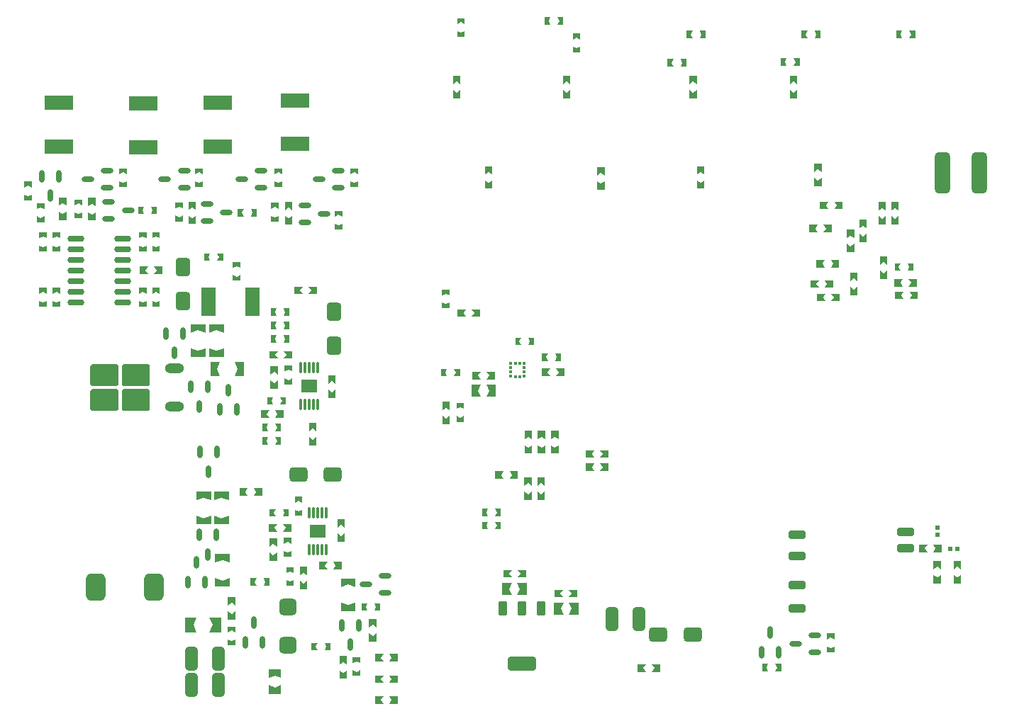
<source format=gbp>
G04*
G04 #@! TF.GenerationSoftware,Altium Limited,Altium Designer,19.1.7 (138)*
G04*
G04 Layer_Color=128*
%FSLAX24Y24*%
%MOIN*%
G70*
G01*
G75*
%ADD24O,0.0281X0.0591*%
%ADD27O,0.0591X0.0281*%
%ADD31O,0.0800X0.0295*%
G04:AMPARAMS|DCode=35|XSize=86.6mil|YSize=68.9mil|CornerRadius=17.2mil|HoleSize=0mil|Usage=FLASHONLY|Rotation=0.000|XOffset=0mil|YOffset=0mil|HoleType=Round|Shape=RoundedRectangle|*
%AMROUNDEDRECTD35*
21,1,0.0866,0.0344,0,0,0.0*
21,1,0.0522,0.0689,0,0,0.0*
1,1,0.0344,0.0261,-0.0172*
1,1,0.0344,-0.0261,-0.0172*
1,1,0.0344,-0.0261,0.0172*
1,1,0.0344,0.0261,0.0172*
%
%ADD35ROUNDEDRECTD35*%
G04:AMPARAMS|DCode=36|XSize=128mil|YSize=90.6mil|CornerRadius=22.6mil|HoleSize=0mil|Usage=FLASHONLY|Rotation=90.000|XOffset=0mil|YOffset=0mil|HoleType=Round|Shape=RoundedRectangle|*
%AMROUNDEDRECTD36*
21,1,0.1280,0.0453,0,0,90.0*
21,1,0.0827,0.0906,0,0,90.0*
1,1,0.0453,0.0226,0.0413*
1,1,0.0453,0.0226,-0.0413*
1,1,0.0453,-0.0226,-0.0413*
1,1,0.0453,-0.0226,0.0413*
%
%ADD36ROUNDEDRECTD36*%
%ADD156R,0.0217X0.0236*%
%ADD157R,0.0236X0.0217*%
%ADD158R,0.0728X0.0610*%
%ADD159O,0.0118X0.0571*%
G04:AMPARAMS|DCode=162|XSize=110.2mil|YSize=59.1mil|CornerRadius=14.8mil|HoleSize=0mil|Usage=FLASHONLY|Rotation=90.000|XOffset=0mil|YOffset=0mil|HoleType=Round|Shape=RoundedRectangle|*
%AMROUNDEDRECTD162*
21,1,0.1102,0.0295,0,0,90.0*
21,1,0.0807,0.0591,0,0,90.0*
1,1,0.0295,0.0148,0.0404*
1,1,0.0295,0.0148,-0.0404*
1,1,0.0295,-0.0148,-0.0404*
1,1,0.0295,-0.0148,0.0404*
%
%ADD162ROUNDEDRECTD162*%
G04:AMPARAMS|DCode=163|XSize=194.9mil|YSize=70.9mil|CornerRadius=17.7mil|HoleSize=0mil|Usage=FLASHONLY|Rotation=90.000|XOffset=0mil|YOffset=0mil|HoleType=Round|Shape=RoundedRectangle|*
%AMROUNDEDRECTD163*
21,1,0.1949,0.0354,0,0,90.0*
21,1,0.1594,0.0709,0,0,90.0*
1,1,0.0354,0.0177,0.0797*
1,1,0.0354,0.0177,-0.0797*
1,1,0.0354,-0.0177,-0.0797*
1,1,0.0354,-0.0177,0.0797*
%
%ADD163ROUNDEDRECTD163*%
G04:AMPARAMS|DCode=164|XSize=41.3mil|YSize=68.9mil|CornerRadius=10.3mil|HoleSize=0mil|Usage=FLASHONLY|Rotation=0.000|XOffset=0mil|YOffset=0mil|HoleType=Round|Shape=RoundedRectangle|*
%AMROUNDEDRECTD164*
21,1,0.0413,0.0482,0,0,0.0*
21,1,0.0207,0.0689,0,0,0.0*
1,1,0.0207,0.0103,-0.0241*
1,1,0.0207,-0.0103,-0.0241*
1,1,0.0207,-0.0103,0.0241*
1,1,0.0207,0.0103,0.0241*
%
%ADD164ROUNDEDRECTD164*%
G04:AMPARAMS|DCode=165|XSize=41.3mil|YSize=68.9mil|CornerRadius=10.3mil|HoleSize=0mil|Usage=FLASHONLY|Rotation=0.000|XOffset=0mil|YOffset=0mil|HoleType=Round|Shape=RoundedRectangle|*
%AMROUNDEDRECTD165*
21,1,0.0413,0.0482,0,0,0.0*
21,1,0.0207,0.0689,0,0,0.0*
1,1,0.0207,0.0103,-0.0241*
1,1,0.0207,-0.0103,-0.0241*
1,1,0.0207,-0.0103,0.0241*
1,1,0.0207,0.0103,0.0241*
%
%ADD165ROUNDEDRECTD165*%
G04:AMPARAMS|DCode=166|XSize=133.9mil|YSize=68.9mil|CornerRadius=17.2mil|HoleSize=0mil|Usage=FLASHONLY|Rotation=0.000|XOffset=0mil|YOffset=0mil|HoleType=Round|Shape=RoundedRectangle|*
%AMROUNDEDRECTD166*
21,1,0.1339,0.0344,0,0,0.0*
21,1,0.0994,0.0689,0,0,0.0*
1,1,0.0344,0.0497,-0.0172*
1,1,0.0344,-0.0497,-0.0172*
1,1,0.0344,-0.0497,0.0172*
1,1,0.0344,0.0497,0.0172*
%
%ADD166ROUNDEDRECTD166*%
G04:AMPARAMS|DCode=168|XSize=82.7mil|YSize=78.7mil|CornerRadius=19.7mil|HoleSize=0mil|Usage=FLASHONLY|Rotation=180.000|XOffset=0mil|YOffset=0mil|HoleType=Round|Shape=RoundedRectangle|*
%AMROUNDEDRECTD168*
21,1,0.0827,0.0394,0,0,180.0*
21,1,0.0433,0.0787,0,0,180.0*
1,1,0.0394,-0.0217,0.0197*
1,1,0.0394,0.0217,0.0197*
1,1,0.0394,0.0217,-0.0197*
1,1,0.0394,-0.0217,-0.0197*
%
%ADD168ROUNDEDRECTD168*%
G04:AMPARAMS|DCode=169|XSize=78.7mil|YSize=39.4mil|CornerRadius=9.8mil|HoleSize=0mil|Usage=FLASHONLY|Rotation=180.000|XOffset=0mil|YOffset=0mil|HoleType=Round|Shape=RoundedRectangle|*
%AMROUNDEDRECTD169*
21,1,0.0787,0.0197,0,0,180.0*
21,1,0.0591,0.0394,0,0,180.0*
1,1,0.0197,-0.0295,0.0098*
1,1,0.0197,0.0295,0.0098*
1,1,0.0197,0.0295,-0.0098*
1,1,0.0197,-0.0295,-0.0098*
%
%ADD169ROUNDEDRECTD169*%
%ADD170R,0.1339X0.0709*%
G04:AMPARAMS|DCode=171|XSize=86.6mil|YSize=68.9mil|CornerRadius=17.2mil|HoleSize=0mil|Usage=FLASHONLY|Rotation=270.000|XOffset=0mil|YOffset=0mil|HoleType=Round|Shape=RoundedRectangle|*
%AMROUNDEDRECTD171*
21,1,0.0866,0.0344,0,0,270.0*
21,1,0.0522,0.0689,0,0,270.0*
1,1,0.0344,-0.0172,-0.0261*
1,1,0.0344,-0.0172,0.0261*
1,1,0.0344,0.0172,0.0261*
1,1,0.0344,0.0172,-0.0261*
%
%ADD171ROUNDEDRECTD171*%
%ADD172R,0.0709X0.1339*%
%ADD177R,0.0157X0.0118*%
%ADD178R,0.0118X0.0157*%
%ADD213O,0.0906X0.0454*%
G36*
X28189Y40207D02*
X28012Y40285D01*
X27835Y40207D01*
Y40482D01*
X28189D01*
Y40207D01*
D02*
G37*
G36*
X32825Y40167D02*
X32549D01*
X32628Y40344D01*
X32549Y40522D01*
X32825D01*
Y40167D01*
D02*
G37*
G36*
X32136Y40344D02*
X32215Y40167D01*
X31939D01*
Y40522D01*
X32215D01*
X32136Y40344D01*
D02*
G37*
G36*
X28189Y39597D02*
X27835D01*
Y39872D01*
X28012Y39794D01*
X28189Y39872D01*
Y39597D01*
D02*
G37*
G36*
X49360Y39537D02*
X49084D01*
X49163Y39715D01*
X49084Y39892D01*
X49360D01*
Y39537D01*
D02*
G37*
G36*
X48671Y39715D02*
X48750Y39537D01*
X48474D01*
Y39892D01*
X48750D01*
X48671Y39715D01*
D02*
G37*
G36*
X44911Y39537D02*
X44636D01*
X44714Y39715D01*
X44636Y39892D01*
X44911D01*
Y39537D01*
D02*
G37*
G36*
X44222Y39715D02*
X44301Y39537D01*
X44026D01*
Y39892D01*
X44301D01*
X44222Y39715D01*
D02*
G37*
G36*
X39508Y39537D02*
X39232D01*
X39311Y39715D01*
X39232Y39892D01*
X39508D01*
Y39537D01*
D02*
G37*
G36*
X38819Y39715D02*
X38898Y39537D01*
X38622D01*
Y39892D01*
X38898D01*
X38819Y39715D01*
D02*
G37*
G36*
X33622Y39478D02*
X33445Y39557D01*
X33268Y39478D01*
Y39754D01*
X33622D01*
Y39478D01*
D02*
G37*
G36*
Y38868D02*
X33268D01*
Y39144D01*
X33445Y39065D01*
X33622Y39144D01*
Y38868D01*
D02*
G37*
G36*
X43927Y38238D02*
X43651D01*
X43730Y38415D01*
X43651Y38593D01*
X43927D01*
Y38238D01*
D02*
G37*
G36*
X43238Y38415D02*
X43317Y38238D01*
X43041D01*
Y38593D01*
X43317D01*
X43238Y38415D01*
D02*
G37*
G36*
X38612Y38199D02*
X38336D01*
X38415Y38376D01*
X38336Y38553D01*
X38612D01*
Y38199D01*
D02*
G37*
G36*
X37923Y38376D02*
X38002Y38199D01*
X37726D01*
Y38553D01*
X38002D01*
X37923Y38376D01*
D02*
G37*
G36*
X43819Y37372D02*
X43642Y37490D01*
X43465Y37372D01*
Y37766D01*
X43819D01*
Y37372D01*
D02*
G37*
G36*
X39094D02*
X38917Y37490D01*
X38740Y37372D01*
Y37766D01*
X39094D01*
Y37372D01*
D02*
G37*
G36*
X33150D02*
X32972Y37490D01*
X32795Y37372D01*
Y37766D01*
X33150D01*
Y37372D01*
D02*
G37*
G36*
X27992D02*
X27815Y37490D01*
X27638Y37372D01*
Y37766D01*
X27992D01*
Y37372D01*
D02*
G37*
G36*
X43819Y36703D02*
X43465D01*
Y37096D01*
X43642Y36978D01*
X43819Y37096D01*
Y36703D01*
D02*
G37*
G36*
X39094D02*
X38740D01*
Y37096D01*
X38917Y36978D01*
X39094Y37096D01*
Y36703D01*
D02*
G37*
G36*
X33150D02*
X32795D01*
Y37096D01*
X32972Y36978D01*
X33150Y37096D01*
Y36703D01*
D02*
G37*
G36*
X27992D02*
X27638D01*
Y37096D01*
X27815Y36978D01*
X27992Y37096D01*
Y36703D01*
D02*
G37*
G36*
X44961Y33238D02*
X44783Y33356D01*
X44606Y33238D01*
Y33632D01*
X44961D01*
Y33238D01*
D02*
G37*
G36*
X23179Y33140D02*
X23002Y33219D01*
X22825Y33140D01*
Y33415D01*
X23179D01*
Y33140D01*
D02*
G37*
G36*
X19606D02*
X19429Y33219D01*
X19252Y33140D01*
Y33415D01*
X19606D01*
Y33140D01*
D02*
G37*
G36*
X15876D02*
X15699Y33219D01*
X15522Y33140D01*
Y33415D01*
X15876D01*
Y33140D01*
D02*
G37*
G36*
X12313D02*
X12136Y33219D01*
X11959Y33140D01*
Y33415D01*
X12313D01*
Y33140D01*
D02*
G37*
G36*
X39449Y33120D02*
X39272Y33238D01*
X39094Y33120D01*
Y33514D01*
X39449D01*
Y33120D01*
D02*
G37*
G36*
X29488D02*
X29311Y33238D01*
X29134Y33120D01*
Y33514D01*
X29488D01*
Y33120D01*
D02*
G37*
G36*
X34764Y33081D02*
X34587Y33199D01*
X34409Y33081D01*
Y33474D01*
X34764D01*
Y33081D01*
D02*
G37*
G36*
X44961Y32569D02*
X44606D01*
Y32963D01*
X44783Y32844D01*
X44961Y32963D01*
Y32569D01*
D02*
G37*
G36*
X23179Y32530D02*
X22825D01*
Y32805D01*
X23002Y32727D01*
X23179Y32805D01*
Y32530D01*
D02*
G37*
G36*
X19606D02*
X19252D01*
Y32805D01*
X19429Y32727D01*
X19606Y32805D01*
Y32530D01*
D02*
G37*
G36*
X15876D02*
X15522D01*
Y32805D01*
X15699Y32727D01*
X15876Y32805D01*
Y32530D01*
D02*
G37*
G36*
X12313D02*
X11959D01*
Y32805D01*
X12136Y32727D01*
X12313Y32805D01*
Y32530D01*
D02*
G37*
G36*
X39449Y32451D02*
X39094D01*
Y32844D01*
X39272Y32726D01*
X39449Y32844D01*
Y32451D01*
D02*
G37*
G36*
X29488D02*
X29134D01*
Y32844D01*
X29311Y32726D01*
X29488Y32844D01*
Y32451D01*
D02*
G37*
G36*
X34764Y32411D02*
X34409D01*
Y32805D01*
X34587Y32687D01*
X34764Y32805D01*
Y32411D01*
D02*
G37*
G36*
X7844Y32510D02*
X7667Y32588D01*
X7490Y32510D01*
Y32785D01*
X7844D01*
Y32510D01*
D02*
G37*
G36*
Y31900D02*
X7490D01*
Y32175D01*
X7667Y32096D01*
X7844Y32175D01*
Y31900D01*
D02*
G37*
G36*
X10207Y31673D02*
X10030Y31752D01*
X9852Y31673D01*
Y31949D01*
X10207D01*
Y31673D01*
D02*
G37*
G36*
X9469Y31654D02*
X9291Y31772D01*
X9114Y31654D01*
Y32047D01*
X9469D01*
Y31654D01*
D02*
G37*
G36*
X10846Y31624D02*
X10669Y31742D01*
X10492Y31624D01*
Y32018D01*
X10846D01*
Y31624D01*
D02*
G37*
G36*
X14941Y31525D02*
X14764Y31604D01*
X14587Y31525D01*
Y31801D01*
X14941D01*
Y31525D01*
D02*
G37*
G36*
X19439Y31516D02*
X19262Y31594D01*
X19085Y31516D01*
Y31791D01*
X19439D01*
Y31516D01*
D02*
G37*
G36*
X45955Y31486D02*
X45561D01*
X45679Y31663D01*
X45561Y31841D01*
X45955D01*
Y31486D01*
D02*
G37*
G36*
X45167Y31663D02*
X45285Y31486D01*
X44892D01*
Y31841D01*
X45285D01*
X45167Y31663D01*
D02*
G37*
G36*
X8435Y31486D02*
X8258Y31565D01*
X8081Y31486D01*
Y31762D01*
X8435D01*
Y31486D01*
D02*
G37*
G36*
X15551Y31457D02*
X15374Y31575D01*
X15197Y31457D01*
Y31850D01*
X15551D01*
Y31457D01*
D02*
G37*
G36*
X20089Y31447D02*
X19911Y31565D01*
X19734Y31447D01*
Y31841D01*
X20089D01*
Y31447D01*
D02*
G37*
G36*
X48584Y31427D02*
X48406Y31545D01*
X48229Y31427D01*
Y31821D01*
X48584D01*
Y31427D01*
D02*
G37*
G36*
X47993D02*
X47816Y31545D01*
X47639Y31427D01*
Y31821D01*
X47993D01*
Y31427D01*
D02*
G37*
G36*
X13720Y31260D02*
X13445D01*
X13523Y31437D01*
X13445Y31614D01*
X13720D01*
Y31260D01*
D02*
G37*
G36*
X13032Y31437D02*
X13110Y31260D01*
X12835D01*
Y31614D01*
X13110D01*
X13032Y31437D01*
D02*
G37*
G36*
X10207Y31063D02*
X9852D01*
Y31339D01*
X10030Y31260D01*
X10207Y31339D01*
Y31063D01*
D02*
G37*
G36*
X9469Y30984D02*
X9114D01*
Y31378D01*
X9291Y31260D01*
X9469Y31378D01*
Y30984D01*
D02*
G37*
G36*
X10846Y30955D02*
X10492D01*
Y31348D01*
X10669Y31230D01*
X10846Y31348D01*
Y30955D01*
D02*
G37*
G36*
X22431Y31142D02*
X22254Y31220D01*
X22077Y31142D01*
Y31417D01*
X22431D01*
Y31142D01*
D02*
G37*
G36*
X18405Y31142D02*
X18130D01*
X18208Y31319D01*
X18130Y31496D01*
X18405D01*
Y31142D01*
D02*
G37*
G36*
X17717Y31319D02*
X17795Y31142D01*
X17520D01*
Y31496D01*
X17795D01*
X17717Y31319D01*
D02*
G37*
G36*
X14941Y30915D02*
X14587D01*
Y31191D01*
X14764Y31112D01*
X14941Y31191D01*
Y30915D01*
D02*
G37*
G36*
X19439Y30906D02*
X19085D01*
Y31181D01*
X19262Y31102D01*
X19439Y31181D01*
Y30906D01*
D02*
G37*
G36*
X8435Y30876D02*
X8081D01*
Y31152D01*
X8258Y31073D01*
X8435Y31152D01*
Y30876D01*
D02*
G37*
G36*
X15551Y30787D02*
X15197D01*
Y31181D01*
X15374Y31063D01*
X15551Y31181D01*
Y30787D01*
D02*
G37*
G36*
X20089Y30778D02*
X19734D01*
Y31171D01*
X19911Y31053D01*
X20089Y31171D01*
Y30778D01*
D02*
G37*
G36*
X48584Y30758D02*
X48229D01*
Y31152D01*
X48406Y31033D01*
X48584Y31152D01*
Y30758D01*
D02*
G37*
G36*
X47993D02*
X47639D01*
Y31152D01*
X47816Y31033D01*
X47993Y31152D01*
Y30758D01*
D02*
G37*
G36*
X22431Y30532D02*
X22077D01*
Y30807D01*
X22254Y30729D01*
X22431Y30807D01*
Y30532D01*
D02*
G37*
G36*
X47092Y30595D02*
X46914Y30714D01*
X46737Y30595D01*
Y30989D01*
X47092D01*
Y30595D01*
D02*
G37*
G36*
X45453Y30404D02*
X45059D01*
X45177Y30581D01*
X45059Y30758D01*
X45453D01*
Y30404D01*
D02*
G37*
G36*
X44665Y30581D02*
X44783Y30404D01*
X44390D01*
Y30758D01*
X44783D01*
X44665Y30581D01*
D02*
G37*
G36*
X47092Y29926D02*
X46737D01*
Y30320D01*
X46914Y30202D01*
X47092Y30320D01*
Y29926D01*
D02*
G37*
G36*
X46496Y30128D02*
X46319Y30246D01*
X46142Y30128D01*
Y30522D01*
X46496D01*
Y30128D01*
D02*
G37*
G36*
X13858Y30118D02*
X13681Y30197D01*
X13504Y30118D01*
Y30394D01*
X13858D01*
Y30118D01*
D02*
G37*
G36*
X8543D02*
X8366Y30197D01*
X8189Y30118D01*
Y30394D01*
X8543D01*
Y30118D01*
D02*
G37*
G36*
X13228Y30118D02*
X13051Y30197D01*
X12874Y30118D01*
Y30393D01*
X13228D01*
Y30118D01*
D02*
G37*
G36*
X9173D02*
X8996Y30197D01*
X8819Y30118D01*
Y30393D01*
X9173D01*
Y30118D01*
D02*
G37*
G36*
X46496Y29459D02*
X46142D01*
Y29852D01*
X46319Y29734D01*
X46496Y29852D01*
Y29459D01*
D02*
G37*
G36*
X13858Y29508D02*
X13504D01*
Y29784D01*
X13681Y29705D01*
X13858Y29784D01*
Y29508D01*
D02*
G37*
G36*
X8543D02*
X8189D01*
Y29784D01*
X8366Y29705D01*
X8543Y29784D01*
Y29508D01*
D02*
G37*
G36*
X13228Y29508D02*
X12874D01*
Y29783D01*
X13051Y29705D01*
X13228Y29783D01*
Y29508D01*
D02*
G37*
G36*
X9173D02*
X8819D01*
Y29783D01*
X8996Y29705D01*
X9173Y29783D01*
Y29508D01*
D02*
G37*
G36*
X16830Y29055D02*
X16555D01*
X16634Y29232D01*
X16555Y29409D01*
X16830D01*
Y29055D01*
D02*
G37*
G36*
X16142Y29232D02*
X16220Y29055D01*
X15945D01*
Y29409D01*
X16220D01*
X16142Y29232D01*
D02*
G37*
G36*
X48051Y28868D02*
X47874Y28986D01*
X47697Y28868D01*
Y29262D01*
X48051D01*
Y28868D01*
D02*
G37*
G36*
X45787Y28750D02*
X45394D01*
X45512Y28927D01*
X45394Y29104D01*
X45787D01*
Y28750D01*
D02*
G37*
G36*
X45000Y28927D02*
X45118Y28750D01*
X44724D01*
Y29104D01*
X45118D01*
X45000Y28927D01*
D02*
G37*
G36*
X17638Y28730D02*
X17461Y28809D01*
X17283Y28730D01*
Y29006D01*
X17638D01*
Y28730D01*
D02*
G37*
G36*
X49282Y28593D02*
X49006D01*
X49085Y28770D01*
X49006Y28947D01*
X49282D01*
Y28593D01*
D02*
G37*
G36*
X48593Y28770D02*
X48671Y28593D01*
X48396D01*
Y28947D01*
X48671D01*
X48593Y28770D01*
D02*
G37*
G36*
X48051Y28199D02*
X47697D01*
Y28593D01*
X47874Y28474D01*
X48051Y28593D01*
Y28199D01*
D02*
G37*
G36*
X13976Y28435D02*
X13583D01*
X13701Y28612D01*
X13583Y28789D01*
X13976D01*
Y28435D01*
D02*
G37*
G36*
X13189Y28612D02*
X13307Y28435D01*
X12913D01*
Y28789D01*
X13307D01*
X13189Y28612D01*
D02*
G37*
G36*
X17638Y28120D02*
X17283D01*
Y28396D01*
X17461Y28317D01*
X17638Y28396D01*
Y28120D01*
D02*
G37*
G36*
X46654Y28100D02*
X46476Y28219D01*
X46299Y28100D01*
Y28494D01*
X46654D01*
Y28100D01*
D02*
G37*
G36*
X49449Y27844D02*
X49055D01*
X49173Y28022D01*
X49055Y28199D01*
X49449D01*
Y27844D01*
D02*
G37*
G36*
X48661Y28022D02*
X48780Y27844D01*
X48386D01*
Y28199D01*
X48780D01*
X48661Y28022D01*
D02*
G37*
G36*
X45502Y27795D02*
X45108D01*
X45226Y27972D01*
X45108Y28150D01*
X45502D01*
Y27795D01*
D02*
G37*
G36*
X44715Y27972D02*
X44833Y27795D01*
X44439D01*
Y28150D01*
X44833D01*
X44715Y27972D01*
D02*
G37*
G36*
X46654Y27431D02*
X46299D01*
Y27825D01*
X46476Y27707D01*
X46654Y27825D01*
Y27431D01*
D02*
G37*
G36*
X13228Y27510D02*
X13051Y27589D01*
X12874Y27510D01*
Y27785D01*
X13228D01*
Y27510D01*
D02*
G37*
G36*
X9173D02*
X8996Y27589D01*
X8819Y27510D01*
Y27785D01*
X9173D01*
Y27510D01*
D02*
G37*
G36*
X13858Y27510D02*
X13681Y27588D01*
X13504Y27510D01*
Y27785D01*
X13858D01*
Y27510D01*
D02*
G37*
G36*
X8543D02*
X8366Y27588D01*
X8189Y27510D01*
Y27785D01*
X8543D01*
Y27510D01*
D02*
G37*
G36*
X21240Y27490D02*
X20846D01*
X20965Y27667D01*
X20846Y27844D01*
X21240D01*
Y27490D01*
D02*
G37*
G36*
X20453Y27667D02*
X20571Y27490D01*
X20177D01*
Y27844D01*
X20571D01*
X20453Y27667D01*
D02*
G37*
G36*
X27480Y27431D02*
X27303Y27510D01*
X27126Y27431D01*
Y27706D01*
X27480D01*
Y27431D01*
D02*
G37*
G36*
X49488Y27254D02*
X49094D01*
X49213Y27431D01*
X49094Y27608D01*
X49488D01*
Y27254D01*
D02*
G37*
G36*
X48701Y27431D02*
X48819Y27254D01*
X48425D01*
Y27608D01*
X48819D01*
X48701Y27431D01*
D02*
G37*
G36*
X45817Y27156D02*
X45423D01*
X45541Y27333D01*
X45423Y27510D01*
X45817D01*
Y27156D01*
D02*
G37*
G36*
X45030Y27333D02*
X45148Y27156D01*
X44754D01*
Y27510D01*
X45148D01*
X45030Y27333D01*
D02*
G37*
G36*
X13228Y26900D02*
X12874D01*
Y27175D01*
X13051Y27097D01*
X13228Y27175D01*
Y26900D01*
D02*
G37*
G36*
X9173D02*
X8819D01*
Y27175D01*
X8996Y27097D01*
X9173Y27175D01*
Y26900D01*
D02*
G37*
G36*
X13858Y26900D02*
X13504D01*
Y27175D01*
X13681Y27096D01*
X13858Y27175D01*
Y26900D01*
D02*
G37*
G36*
X8543D02*
X8189D01*
Y27175D01*
X8366Y27096D01*
X8543Y27175D01*
Y26900D01*
D02*
G37*
G36*
X27480Y26821D02*
X27126D01*
Y27096D01*
X27303Y27018D01*
X27480Y27096D01*
Y26821D01*
D02*
G37*
G36*
X19951Y26467D02*
X19675D01*
X19754Y26644D01*
X19675Y26821D01*
X19951D01*
Y26467D01*
D02*
G37*
G36*
X19262Y26644D02*
X19341Y26467D01*
X19065D01*
Y26821D01*
X19341D01*
X19262Y26644D01*
D02*
G37*
G36*
X28917Y26427D02*
X28524D01*
X28642Y26604D01*
X28524Y26781D01*
X28917D01*
Y26427D01*
D02*
G37*
G36*
X28130Y26604D02*
X28248Y26427D01*
X27854D01*
Y26781D01*
X28248D01*
X28130Y26604D01*
D02*
G37*
G36*
X19951Y25837D02*
X19675D01*
X19754Y26014D01*
X19675Y26191D01*
X19951D01*
Y25837D01*
D02*
G37*
G36*
X19262Y26014D02*
X19341Y25837D01*
X19065D01*
Y26191D01*
X19341D01*
X19262Y26014D01*
D02*
G37*
G36*
X16860Y25669D02*
X16516Y25787D01*
X16171Y25669D01*
Y26083D01*
X16860D01*
Y25669D01*
D02*
G37*
G36*
X15994D02*
X15650Y25787D01*
X15305Y25669D01*
Y26083D01*
X15994D01*
Y25669D01*
D02*
G37*
G36*
X19951Y25207D02*
X19675D01*
X19754Y25384D01*
X19675Y25561D01*
X19951D01*
Y25207D01*
D02*
G37*
G36*
X19262Y25384D02*
X19341Y25207D01*
X19065D01*
Y25561D01*
X19341D01*
X19262Y25384D01*
D02*
G37*
G36*
X31447Y25089D02*
X31171D01*
X31250Y25266D01*
X31171Y25443D01*
X31447D01*
Y25089D01*
D02*
G37*
G36*
X30758Y25266D02*
X30837Y25089D01*
X30561D01*
Y25443D01*
X30837D01*
X30758Y25266D01*
D02*
G37*
G36*
X16860Y24528D02*
X16171D01*
Y24941D01*
X16516Y24823D01*
X16860Y24941D01*
Y24528D01*
D02*
G37*
G36*
X15994D02*
X15305D01*
Y24941D01*
X15650Y24823D01*
X15994Y24941D01*
Y24528D01*
D02*
G37*
G36*
X20079Y24459D02*
X19685D01*
X19803Y24636D01*
X19685Y24813D01*
X20079D01*
Y24459D01*
D02*
G37*
G36*
X19291Y24636D02*
X19409Y24459D01*
X19016D01*
Y24813D01*
X19409D01*
X19291Y24636D01*
D02*
G37*
G36*
X32706Y24341D02*
X32431D01*
X32510Y24518D01*
X32431Y24695D01*
X32706D01*
Y24341D01*
D02*
G37*
G36*
X32018Y24518D02*
X32096Y24341D01*
X31821D01*
Y24695D01*
X32096D01*
X32018Y24518D01*
D02*
G37*
G36*
X12176Y24193D02*
X13275Y24193D01*
X13275Y24193D01*
X13286Y24193D01*
X13308Y24189D01*
X13328Y24180D01*
X13347Y24168D01*
X13355Y24160D01*
X13355Y24160D01*
X13362Y24152D01*
X13374Y24135D01*
X13382Y24116D01*
X13386Y24095D01*
Y24085D01*
X13386Y23290D01*
X13386D01*
X13386Y23268D01*
X13370Y23228D01*
X13340Y23197D01*
X13300Y23179D01*
X13278Y23179D01*
X12178Y23179D01*
X12178Y23179D01*
X12156Y23179D01*
X12116Y23195D01*
X12085Y23225D01*
X12067Y23265D01*
X12067Y23287D01*
X12067Y24084D01*
X12067Y24084D01*
X12067Y24106D01*
X12084Y24146D01*
X12114Y24176D01*
X12154Y24193D01*
X12176Y24193D01*
D02*
G37*
G36*
X10700D02*
X11799Y24193D01*
X11799Y24193D01*
X11810Y24193D01*
X11832Y24189D01*
X11852Y24180D01*
X11871Y24168D01*
X11879Y24160D01*
X11879Y24160D01*
X11886Y24152D01*
X11898Y24135D01*
X11906Y24116D01*
X11910Y24095D01*
Y24085D01*
X11910Y23290D01*
X11910D01*
X11910Y23268D01*
X11894Y23228D01*
X11864Y23197D01*
X11824Y23179D01*
X11802Y23179D01*
X10702Y23179D01*
X10702Y23179D01*
X10680Y23179D01*
X10640Y23195D01*
X10608Y23225D01*
X10591Y23265D01*
X10591Y23287D01*
X10591Y24084D01*
X10591Y24084D01*
X10591Y24106D01*
X10607Y24146D01*
X10638Y24176D01*
X10678Y24193D01*
X10700Y24193D01*
D02*
G37*
G36*
X20079Y23858D02*
X19902Y23937D01*
X19724Y23858D01*
Y24134D01*
X20079D01*
Y23858D01*
D02*
G37*
G36*
X19409Y23711D02*
X19232Y23829D01*
X19055Y23711D01*
Y24104D01*
X19409D01*
Y23711D01*
D02*
G37*
G36*
X32874Y23632D02*
X32480D01*
X32598Y23809D01*
X32480Y23986D01*
X32874D01*
Y23632D01*
D02*
G37*
G36*
X32087Y23809D02*
X32205Y23632D01*
X31811D01*
Y23986D01*
X32205D01*
X32087Y23809D01*
D02*
G37*
G36*
X27962Y23622D02*
X27687D01*
X27766Y23799D01*
X27687Y23976D01*
X27962D01*
Y23622D01*
D02*
G37*
G36*
X27274Y23799D02*
X27352Y23622D01*
X27077D01*
Y23976D01*
X27352D01*
X27274Y23799D01*
D02*
G37*
G36*
X17805Y23622D02*
X17392D01*
X17510Y23967D01*
X17392Y24311D01*
X17805D01*
Y23622D01*
D02*
G37*
G36*
X16545Y23967D02*
X16663Y23622D01*
X16250D01*
Y24311D01*
X16663D01*
X16545Y23967D01*
D02*
G37*
G36*
X29606Y23474D02*
X29213D01*
X29331Y23652D01*
X29213Y23829D01*
X29606D01*
Y23474D01*
D02*
G37*
G36*
X28819Y23652D02*
X28937Y23474D01*
X28543D01*
Y23829D01*
X28937D01*
X28819Y23652D01*
D02*
G37*
G36*
X20079Y23248D02*
X19724D01*
Y23524D01*
X19902Y23445D01*
X20079Y23524D01*
Y23248D01*
D02*
G37*
G36*
X19409Y23041D02*
X19055D01*
Y23435D01*
X19232Y23317D01*
X19409Y23435D01*
Y23041D01*
D02*
G37*
G36*
X22126Y23278D02*
X21949Y23396D01*
X21772Y23278D01*
Y23671D01*
X22126D01*
Y23278D01*
D02*
G37*
G36*
X10700Y23022D02*
X11799Y23022D01*
X11799Y23022D01*
X11810Y23022D01*
X11832Y23018D01*
X11852Y23009D01*
X11871Y22997D01*
X11879Y22989D01*
X11879Y22989D01*
X11886Y22982D01*
X11898Y22964D01*
X11906Y22945D01*
X11910Y22925D01*
Y22914D01*
X11910Y22120D01*
X11910D01*
X11910Y22098D01*
X11894Y22057D01*
X11864Y22026D01*
X11824Y22009D01*
X11802Y22009D01*
X10702Y22009D01*
X10702Y22009D01*
X10680Y22008D01*
X10640Y22024D01*
X10608Y22055D01*
X10591Y22095D01*
X10591Y22116D01*
X10591Y22914D01*
X10591Y22914D01*
X10591Y22935D01*
X10607Y22975D01*
X10638Y23006D01*
X10678Y23022D01*
X10700Y23022D01*
D02*
G37*
G36*
X22126Y22608D02*
X21772D01*
Y23002D01*
X21949Y22884D01*
X22126Y23002D01*
Y22608D01*
D02*
G37*
G36*
X29656Y22657D02*
X29203D01*
X29331Y22943D01*
X29203Y23228D01*
X29656D01*
Y22657D01*
D02*
G37*
G36*
X28819Y22943D02*
X28947Y22657D01*
X28494D01*
Y23228D01*
X28947D01*
X28819Y22943D01*
D02*
G37*
G36*
X19793Y22293D02*
X19517D01*
X19596Y22470D01*
X19517Y22648D01*
X19793D01*
Y22293D01*
D02*
G37*
G36*
X19104Y22470D02*
X19183Y22293D01*
X18907D01*
Y22648D01*
X19183D01*
X19104Y22470D01*
D02*
G37*
G36*
X13337Y23006D02*
X13369Y22976D01*
X13386Y22936D01*
X13386Y22914D01*
X13386Y22117D01*
X13386Y22117D01*
X13386Y22095D01*
X13370Y22055D01*
X13339Y22025D01*
X13299Y22008D01*
X13278Y22008D01*
X12178Y22008D01*
X12178Y22008D01*
X12167Y22008D01*
X12145Y22013D01*
X12125Y22021D01*
X12106Y22033D01*
X12098Y22041D01*
X12098Y22041D01*
X12091Y22049D01*
X12079Y22066D01*
X12071Y22085D01*
X12067Y22106D01*
Y22116D01*
X12067Y22911D01*
Y22911D01*
X12067Y22933D01*
X12083Y22973D01*
X12113Y23004D01*
X12153Y23022D01*
X12175Y23022D01*
X13275D01*
X13297Y23022D01*
X13337Y23006D01*
D02*
G37*
G36*
X28150Y22086D02*
X27972Y22165D01*
X27795Y22086D01*
Y22362D01*
X28150D01*
Y22086D01*
D02*
G37*
G36*
X27490Y22028D02*
X27313Y22146D01*
X27136Y22028D01*
Y22421D01*
X27490D01*
Y22028D01*
D02*
G37*
G36*
X28150Y21476D02*
X27795D01*
Y21752D01*
X27972Y21673D01*
X28150Y21752D01*
Y21476D01*
D02*
G37*
G36*
X19665Y21663D02*
X19272D01*
X19390Y21841D01*
X19272Y22018D01*
X19665D01*
Y21663D01*
D02*
G37*
G36*
X18878Y21841D02*
X18996Y21663D01*
X18602D01*
Y22018D01*
X18996D01*
X18878Y21841D01*
D02*
G37*
G36*
X27490Y21358D02*
X27136D01*
Y21752D01*
X27313Y21634D01*
X27490Y21752D01*
Y21358D01*
D02*
G37*
G36*
X19557Y21033D02*
X19281D01*
X19360Y21211D01*
X19281Y21388D01*
X19557D01*
Y21033D01*
D02*
G37*
G36*
X18868Y21211D02*
X18947Y21033D01*
X18671D01*
Y21388D01*
X18947D01*
X18868Y21211D01*
D02*
G37*
G36*
X21220Y21033D02*
X21043Y21152D01*
X20866Y21033D01*
Y21427D01*
X21220D01*
Y21033D01*
D02*
G37*
G36*
X31978Y20659D02*
X31801Y20778D01*
X31624Y20659D01*
Y21053D01*
X31978D01*
Y20659D01*
D02*
G37*
G36*
X31348D02*
X31171Y20778D01*
X30994Y20659D01*
Y21053D01*
X31348D01*
Y20659D01*
D02*
G37*
G36*
X32598Y20659D02*
X32421Y20778D01*
X32244Y20659D01*
Y21053D01*
X32598D01*
Y20659D01*
D02*
G37*
G36*
X21220Y20364D02*
X20866D01*
Y20758D01*
X21043Y20640D01*
X21220Y20758D01*
Y20364D01*
D02*
G37*
G36*
X19557Y20404D02*
X19282D01*
X19360Y20581D01*
X19282Y20758D01*
X19557D01*
Y20404D01*
D02*
G37*
G36*
X18868Y20581D02*
X18947Y20404D01*
X18671D01*
Y20758D01*
X18947D01*
X18868Y20581D01*
D02*
G37*
G36*
X31978Y19990D02*
X31624D01*
Y20384D01*
X31801Y20266D01*
X31978Y20384D01*
Y19990D01*
D02*
G37*
G36*
X31348D02*
X30994D01*
Y20384D01*
X31171Y20266D01*
X31348Y20384D01*
Y19990D01*
D02*
G37*
G36*
X32598Y19990D02*
X32244D01*
Y20384D01*
X32421Y20266D01*
X32598Y20384D01*
Y19990D01*
D02*
G37*
G36*
X34951Y19793D02*
X34557D01*
X34675Y19970D01*
X34557Y20148D01*
X34951D01*
Y19793D01*
D02*
G37*
G36*
X34163Y19970D02*
X34281Y19793D01*
X33888D01*
Y20148D01*
X34281D01*
X34163Y19970D01*
D02*
G37*
G36*
X34951Y19173D02*
X34557D01*
X34675Y19350D01*
X34557Y19528D01*
X34951D01*
Y19173D01*
D02*
G37*
G36*
X34163Y19350D02*
X34281Y19173D01*
X33888D01*
Y19528D01*
X34281D01*
X34163Y19350D01*
D02*
G37*
G36*
X30689Y18799D02*
X30295D01*
X30413Y18976D01*
X30295Y19154D01*
X30689D01*
Y18799D01*
D02*
G37*
G36*
X29902Y18976D02*
X30020Y18799D01*
X29626D01*
Y19154D01*
X30020D01*
X29902Y18976D01*
D02*
G37*
G36*
X31339Y18474D02*
X31161Y18593D01*
X30984Y18474D01*
Y18868D01*
X31339D01*
Y18474D01*
D02*
G37*
G36*
X31959Y18474D02*
X31781Y18593D01*
X31604Y18474D01*
Y18868D01*
X31959D01*
Y18474D01*
D02*
G37*
G36*
X31339Y17805D02*
X30984D01*
Y18199D01*
X31161Y18081D01*
X31339Y18199D01*
Y17805D01*
D02*
G37*
G36*
X31959Y17805D02*
X31604D01*
Y18199D01*
X31781Y18081D01*
X31959Y18199D01*
Y17805D01*
D02*
G37*
G36*
X18661Y18002D02*
X18268D01*
X18386Y18179D01*
X18268Y18356D01*
X18661D01*
Y18002D01*
D02*
G37*
G36*
X17874Y18179D02*
X17992Y18002D01*
X17598D01*
Y18356D01*
X17992D01*
X17874Y18179D01*
D02*
G37*
G36*
X17096Y17795D02*
X16752Y17913D01*
X16407Y17795D01*
Y18209D01*
X17096D01*
Y17795D01*
D02*
G37*
G36*
X16270D02*
X15925Y17913D01*
X15581Y17795D01*
Y18209D01*
X16270D01*
Y17795D01*
D02*
G37*
G36*
X20551Y17677D02*
X20374Y17756D01*
X20197Y17677D01*
Y17953D01*
X20551D01*
Y17677D01*
D02*
G37*
G36*
Y17067D02*
X20197D01*
Y17343D01*
X20374Y17264D01*
X20551Y17343D01*
Y17067D01*
D02*
G37*
G36*
X29891Y17037D02*
X29616D01*
X29695Y17215D01*
X29616Y17392D01*
X29891D01*
Y17037D01*
D02*
G37*
G36*
X29203Y17215D02*
X29281Y17037D01*
X29006D01*
Y17392D01*
X29281D01*
X29203Y17215D01*
D02*
G37*
G36*
X19911Y17018D02*
X19636D01*
X19714Y17195D01*
X19636Y17372D01*
X19911D01*
Y17018D01*
D02*
G37*
G36*
X19222Y17195D02*
X19301Y17018D01*
X19026D01*
Y17372D01*
X19301D01*
X19222Y17195D01*
D02*
G37*
G36*
X17096Y16654D02*
X16407D01*
Y17067D01*
X16752Y16949D01*
X17096Y17067D01*
Y16654D01*
D02*
G37*
G36*
X16270D02*
X15581D01*
Y17067D01*
X15925Y16949D01*
X16270Y17067D01*
Y16654D01*
D02*
G37*
G36*
X22559Y16506D02*
X22382Y16624D01*
X22205Y16506D01*
Y16900D01*
X22559D01*
Y16506D01*
D02*
G37*
G36*
X29891Y16427D02*
X29616D01*
X29695Y16604D01*
X29616Y16782D01*
X29891D01*
Y16427D01*
D02*
G37*
G36*
X29203Y16604D02*
X29281Y16427D01*
X29006D01*
Y16782D01*
X29281D01*
X29203Y16604D01*
D02*
G37*
G36*
X20039Y16309D02*
X19646D01*
X19764Y16486D01*
X19646Y16663D01*
X20039D01*
Y16309D01*
D02*
G37*
G36*
X19252Y16486D02*
X19370Y16309D01*
X18976D01*
Y16663D01*
X19370D01*
X19252Y16486D01*
D02*
G37*
G36*
X22559Y15837D02*
X22205D01*
Y16230D01*
X22382Y16112D01*
X22559Y16230D01*
Y15837D01*
D02*
G37*
G36*
X20039Y15748D02*
X19862Y15827D01*
X19685Y15748D01*
Y16023D01*
X20039D01*
Y15748D01*
D02*
G37*
G36*
X19370Y15600D02*
X19193Y15718D01*
X19016Y15600D01*
Y15994D01*
X19370D01*
Y15600D01*
D02*
G37*
G36*
X50600Y15344D02*
X50207D01*
X50325Y15522D01*
X50207Y15699D01*
X50600D01*
Y15344D01*
D02*
G37*
G36*
X49813Y15522D02*
X49931Y15344D01*
X49537D01*
Y15699D01*
X49931D01*
X49813Y15522D01*
D02*
G37*
G36*
X20039Y15138D02*
X19685D01*
Y15413D01*
X19862Y15335D01*
X20039Y15413D01*
Y15138D01*
D02*
G37*
G36*
X19370Y14931D02*
X19016D01*
Y15325D01*
X19193Y15207D01*
X19370Y15325D01*
Y14931D01*
D02*
G37*
G36*
X17146Y14862D02*
X16801Y14980D01*
X16457Y14862D01*
Y15276D01*
X17146D01*
Y14862D01*
D02*
G37*
G36*
X51526Y14547D02*
X51348Y14665D01*
X51171Y14547D01*
Y14941D01*
X51526D01*
Y14547D01*
D02*
G37*
G36*
X50581D02*
X50404Y14665D01*
X50226Y14547D01*
Y14941D01*
X50581D01*
Y14547D01*
D02*
G37*
G36*
X22402Y14537D02*
X22008D01*
X22126Y14715D01*
X22008Y14892D01*
X22402D01*
Y14537D01*
D02*
G37*
G36*
X21614Y14715D02*
X21732Y14537D01*
X21339D01*
Y14892D01*
X21732D01*
X21614Y14715D01*
D02*
G37*
G36*
X20157Y14370D02*
X19980Y14449D01*
X19803Y14370D01*
Y14645D01*
X20157D01*
Y14370D01*
D02*
G37*
G36*
X20787Y14262D02*
X20610Y14380D01*
X20433Y14262D01*
Y14656D01*
X20787D01*
Y14262D01*
D02*
G37*
G36*
X51526Y13878D02*
X51171D01*
Y14272D01*
X51348Y14154D01*
X51526Y14272D01*
Y13878D01*
D02*
G37*
G36*
X50581D02*
X50226D01*
Y14272D01*
X50404Y14154D01*
X50581Y14272D01*
Y13878D01*
D02*
G37*
G36*
X31073Y14154D02*
X30679D01*
X30797Y14331D01*
X30679Y14508D01*
X31073D01*
Y14154D01*
D02*
G37*
G36*
X30285Y14331D02*
X30404Y14154D01*
X30010D01*
Y14508D01*
X30404D01*
X30285Y14331D01*
D02*
G37*
G36*
X17146Y13720D02*
X16457D01*
Y14134D01*
X16801Y14016D01*
X17146Y14134D01*
Y13720D01*
D02*
G37*
G36*
X20157Y13760D02*
X19803D01*
Y14035D01*
X19980Y13957D01*
X20157Y14035D01*
Y13760D01*
D02*
G37*
G36*
X20787Y13593D02*
X20433D01*
Y13986D01*
X20610Y13868D01*
X20787Y13986D01*
Y13593D01*
D02*
G37*
G36*
X19006Y13770D02*
X18730D01*
X18809Y13947D01*
X18730Y14124D01*
X19006D01*
Y13770D01*
D02*
G37*
G36*
X18317Y13947D02*
X18396Y13770D01*
X18120D01*
Y14124D01*
X18396D01*
X18317Y13947D01*
D02*
G37*
G36*
X23051Y13701D02*
X22707Y13819D01*
X22362Y13701D01*
Y14114D01*
X23051D01*
Y13701D01*
D02*
G37*
G36*
X31102Y13327D02*
X30650D01*
X30778Y13612D01*
X30650Y13898D01*
X31102D01*
Y13327D01*
D02*
G37*
G36*
X30266Y13612D02*
X30394Y13327D01*
X29941D01*
Y13898D01*
X30394D01*
X30266Y13612D01*
D02*
G37*
G36*
X33474Y13218D02*
X33081D01*
X33199Y13396D01*
X33081Y13573D01*
X33474D01*
Y13218D01*
D02*
G37*
G36*
X32687Y13396D02*
X32805Y13218D01*
X32411D01*
Y13573D01*
X32805D01*
X32687Y13396D01*
D02*
G37*
G36*
X23051Y12559D02*
X22362D01*
Y12972D01*
X22707Y12854D01*
X23051Y12972D01*
Y12559D01*
D02*
G37*
G36*
X17412Y12835D02*
X17235Y12953D01*
X17058Y12835D01*
Y13228D01*
X17412D01*
Y12835D01*
D02*
G37*
G36*
X24222Y12589D02*
X23947D01*
X24026Y12766D01*
X23947Y12943D01*
X24222D01*
Y12589D01*
D02*
G37*
G36*
X23534Y12766D02*
X23612Y12589D01*
X23337D01*
Y12943D01*
X23612D01*
X23534Y12766D01*
D02*
G37*
G36*
X17412Y12165D02*
X17058D01*
Y12559D01*
X17235Y12441D01*
X17412Y12559D01*
Y12165D01*
D02*
G37*
G36*
X33543Y12402D02*
X33091D01*
X33219Y12687D01*
X33091Y12972D01*
X33543D01*
Y12402D01*
D02*
G37*
G36*
X32707Y12687D02*
X32835Y12402D01*
X32382D01*
Y12972D01*
X32835D01*
X32707Y12687D01*
D02*
G37*
G36*
X24045Y11811D02*
X23868Y11929D01*
X23691Y11811D01*
Y12205D01*
X24045D01*
Y11811D01*
D02*
G37*
G36*
X17411Y11575D02*
X17234Y11653D01*
X17057Y11575D01*
Y11850D01*
X17411D01*
Y11575D01*
D02*
G37*
G36*
X16732Y11565D02*
X16181D01*
X16339Y11919D01*
X16181Y12274D01*
X16732D01*
Y11565D01*
D02*
G37*
G36*
X15433Y11919D02*
X15591Y11565D01*
X15039D01*
Y12274D01*
X15591D01*
X15433Y11919D01*
D02*
G37*
G36*
X24045Y11142D02*
X23691D01*
Y11535D01*
X23868Y11417D01*
X24045Y11535D01*
Y11142D01*
D02*
G37*
G36*
X45561Y11250D02*
X45384Y11329D01*
X45207Y11250D01*
Y11526D01*
X45561D01*
Y11250D01*
D02*
G37*
G36*
X17411Y10965D02*
X17057D01*
Y11240D01*
X17234Y11161D01*
X17411Y11240D01*
Y10965D01*
D02*
G37*
G36*
X45561Y10640D02*
X45207D01*
Y10916D01*
X45384Y10837D01*
X45561Y10916D01*
Y10640D01*
D02*
G37*
G36*
X21870Y10728D02*
X21594D01*
X21673Y10906D01*
X21594Y11083D01*
X21870D01*
Y10728D01*
D02*
G37*
G36*
X21181Y10906D02*
X21260Y10728D01*
X20984D01*
Y11083D01*
X21260D01*
X21181Y10906D01*
D02*
G37*
G36*
X25030Y10197D02*
X24636D01*
X24754Y10374D01*
X24636Y10551D01*
X25030D01*
Y10197D01*
D02*
G37*
G36*
X24242Y10374D02*
X24360Y10197D01*
X23967D01*
Y10551D01*
X24360D01*
X24242Y10374D01*
D02*
G37*
G36*
X23278Y10128D02*
X23100Y10206D01*
X22923Y10128D01*
Y10403D01*
X23278D01*
Y10128D01*
D02*
G37*
G36*
X22657Y10059D02*
X22480Y10177D01*
X22303Y10059D01*
Y10453D01*
X22657D01*
Y10059D01*
D02*
G37*
G36*
X43066Y9736D02*
X42790D01*
X42869Y9913D01*
X42790Y10090D01*
X43066D01*
Y9736D01*
D02*
G37*
G36*
X42377Y9913D02*
X42456Y9736D01*
X42180D01*
Y10090D01*
X42456D01*
X42377Y9913D01*
D02*
G37*
G36*
X37372Y9715D02*
X36978D01*
X37096Y9892D01*
X36978Y10069D01*
X37372D01*
Y9715D01*
D02*
G37*
G36*
X36585Y9892D02*
X36703Y9715D01*
X36309D01*
Y10069D01*
X36703D01*
X36585Y9892D01*
D02*
G37*
G36*
X23278Y9518D02*
X22923D01*
Y9793D01*
X23100Y9715D01*
X23278Y9793D01*
Y9518D01*
D02*
G37*
G36*
X22657Y9390D02*
X22303D01*
Y9783D01*
X22480Y9665D01*
X22657Y9783D01*
Y9390D01*
D02*
G37*
G36*
X19537Y9419D02*
X19262Y9547D01*
X18986Y9419D01*
Y9833D01*
X19537D01*
Y9419D01*
D02*
G37*
G36*
X25030Y9193D02*
X24636D01*
X24754Y9370D01*
X24636Y9547D01*
X25030D01*
Y9193D01*
D02*
G37*
G36*
X24242Y9370D02*
X24360Y9193D01*
X23967D01*
Y9547D01*
X24360D01*
X24242Y9370D01*
D02*
G37*
G36*
X19537Y8671D02*
X18986D01*
Y9085D01*
X19262Y8957D01*
X19537Y9085D01*
Y8671D01*
D02*
G37*
G36*
X25030Y8209D02*
X24636D01*
X24754Y8386D01*
X24636Y8563D01*
X25030D01*
Y8209D01*
D02*
G37*
G36*
X24242Y8386D02*
X24360Y8209D01*
X23967D01*
Y8563D01*
X24360D01*
X24242Y8386D01*
D02*
G37*
D24*
X42528Y11556D02*
D03*
X42128Y10646D02*
D03*
X42928D02*
D03*
X22802Y10994D02*
D03*
X22402Y11904D02*
D03*
X23202D02*
D03*
X18291Y12027D02*
D03*
X17891Y11117D02*
D03*
X18691D02*
D03*
X8724Y32131D02*
D03*
X9124Y33041D02*
D03*
X8324D02*
D03*
X14534Y24735D02*
D03*
X14934Y25645D02*
D03*
X14134D02*
D03*
X17080Y22962D02*
D03*
X16680Y22052D02*
D03*
X17480D02*
D03*
X15715Y22215D02*
D03*
X16115Y23125D02*
D03*
X15315D02*
D03*
X16109Y15246D02*
D03*
X16509Y16156D02*
D03*
X15709D02*
D03*
X16148Y19144D02*
D03*
X16548Y20054D02*
D03*
X15748D02*
D03*
X15584Y14852D02*
D03*
X15184Y13942D02*
D03*
X15984D02*
D03*
D27*
X22249Y33287D02*
D03*
Y32487D02*
D03*
X21339Y32887D02*
D03*
X20664Y30876D02*
D03*
Y31676D02*
D03*
X21574Y31276D02*
D03*
X18617Y33287D02*
D03*
Y32487D02*
D03*
X17707Y32887D02*
D03*
X16078Y30925D02*
D03*
Y31725D02*
D03*
X16988Y31325D02*
D03*
X14995Y33287D02*
D03*
Y32487D02*
D03*
X14085Y32887D02*
D03*
X11452Y31033D02*
D03*
Y31833D02*
D03*
X12362Y31433D02*
D03*
X23529Y13845D02*
D03*
X24439Y14245D02*
D03*
Y13445D02*
D03*
X43741Y11043D02*
D03*
X44651Y10643D02*
D03*
Y11443D02*
D03*
X10473Y32887D02*
D03*
X11383Y32487D02*
D03*
Y33287D02*
D03*
D31*
X9902Y29100D02*
D03*
X12102D02*
D03*
X9902Y27600D02*
D03*
Y28100D02*
D03*
Y28600D02*
D03*
Y27100D02*
D03*
X12102Y27600D02*
D03*
Y28100D02*
D03*
Y28600D02*
D03*
Y27100D02*
D03*
X9902Y29600D02*
D03*
Y30100D02*
D03*
X12102Y29600D02*
D03*
Y30100D02*
D03*
D35*
X38907Y11457D02*
D03*
X37293D02*
D03*
X20374Y19006D02*
D03*
X21988D02*
D03*
D36*
X10837Y13691D02*
D03*
X13593D02*
D03*
D156*
X51024Y15512D02*
D03*
X51358D02*
D03*
D157*
X50394Y16496D02*
D03*
Y16161D02*
D03*
D158*
X21280Y16329D02*
D03*
X20886Y23179D02*
D03*
D159*
X21673Y17195D02*
D03*
X21476D02*
D03*
X21280D02*
D03*
X21083D02*
D03*
X20886D02*
D03*
Y15463D02*
D03*
X21083D02*
D03*
X21280D02*
D03*
X21476D02*
D03*
X21673D02*
D03*
X21280Y22313D02*
D03*
X21083D02*
D03*
X20886D02*
D03*
X20689D02*
D03*
X20492D02*
D03*
Y24045D02*
D03*
X20689D02*
D03*
X20886D02*
D03*
X21083D02*
D03*
X21280D02*
D03*
D162*
X36368Y12195D02*
D03*
X35108D02*
D03*
X15344Y10335D02*
D03*
X16604D02*
D03*
X15344Y9094D02*
D03*
X16604D02*
D03*
D163*
X50630Y33199D02*
D03*
X52362D02*
D03*
D164*
X29961Y12687D02*
D03*
D165*
X30866Y12687D02*
D03*
X31772D02*
D03*
D166*
X30866Y10089D02*
D03*
D168*
X19872Y10955D02*
D03*
Y12766D02*
D03*
D169*
X43809Y12707D02*
D03*
Y13799D02*
D03*
X48898Y15522D02*
D03*
Y16309D02*
D03*
X43809Y16161D02*
D03*
Y15167D02*
D03*
D170*
X20207Y36614D02*
D03*
Y34567D02*
D03*
X16585Y36496D02*
D03*
Y34449D02*
D03*
X13081Y36457D02*
D03*
Y34409D02*
D03*
X9104Y36496D02*
D03*
Y34449D02*
D03*
D171*
X14951Y28770D02*
D03*
Y27156D02*
D03*
X22028Y26683D02*
D03*
Y25069D02*
D03*
D172*
X18199Y27146D02*
D03*
X16152D02*
D03*
D177*
X30984Y24222D02*
D03*
Y24026D02*
D03*
Y23829D02*
D03*
Y23632D02*
D03*
X30354D02*
D03*
Y23829D02*
D03*
Y24026D02*
D03*
Y24222D02*
D03*
D178*
X30768Y23612D02*
D03*
X30571D02*
D03*
Y24242D02*
D03*
X30768D02*
D03*
D213*
X14547Y23998D02*
D03*
Y22203D02*
D03*
M02*

</source>
